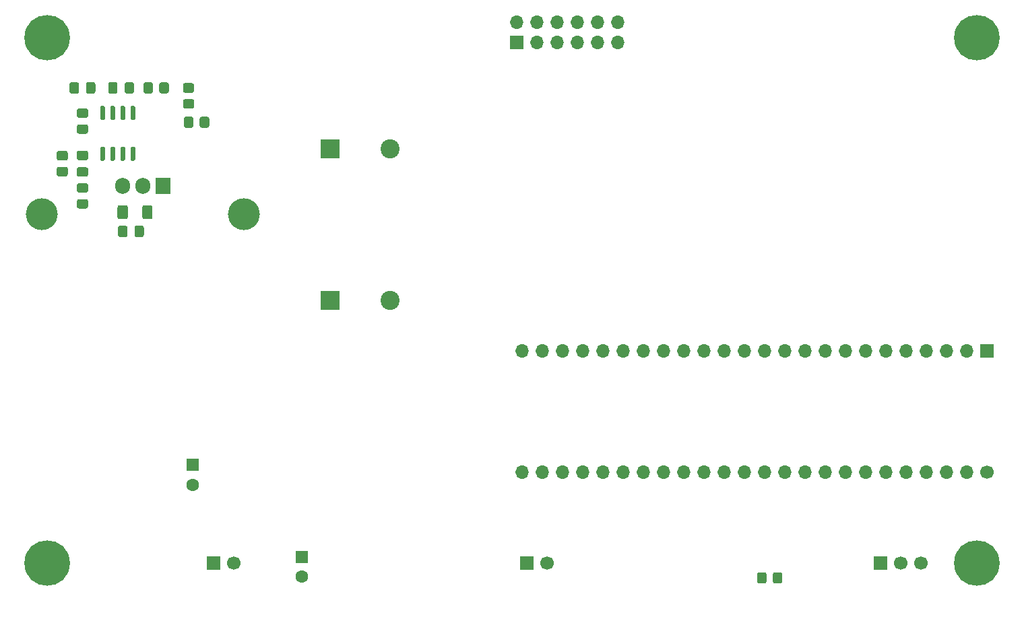
<source format=gbr>
%TF.GenerationSoftware,KiCad,Pcbnew,(5.1.9)-1*%
%TF.CreationDate,2021-10-04T18:28:26-04:00*%
%TF.ProjectId,In9 Music Visualizer RevC,496e3920-4d75-4736-9963-205669737561,rev?*%
%TF.SameCoordinates,Original*%
%TF.FileFunction,Soldermask,Bot*%
%TF.FilePolarity,Negative*%
%FSLAX46Y46*%
G04 Gerber Fmt 4.6, Leading zero omitted, Abs format (unit mm)*
G04 Created by KiCad (PCBNEW (5.1.9)-1) date 2021-10-04 18:28:26*
%MOMM*%
%LPD*%
G01*
G04 APERTURE LIST*
%ADD10O,1.905000X2.000000*%
%ADD11R,1.905000X2.000000*%
%ADD12C,1.600000*%
%ADD13R,1.600000X1.600000*%
%ADD14C,5.715000*%
%ADD15O,1.700000X1.700000*%
%ADD16R,1.700000X1.700000*%
%ADD17C,1.700000*%
%ADD18C,4.000000*%
%ADD19C,2.400000*%
%ADD20R,2.400000X2.400000*%
G04 APERTURE END LIST*
%TO.C,R13*%
G36*
G01*
X67829000Y-78476001D02*
X67829000Y-77225999D01*
G75*
G02*
X68078999Y-76976000I249999J0D01*
G01*
X68879001Y-76976000D01*
G75*
G02*
X69129000Y-77225999I0J-249999D01*
G01*
X69129000Y-78476001D01*
G75*
G02*
X68879001Y-78726000I-249999J0D01*
G01*
X68078999Y-78726000D01*
G75*
G02*
X67829000Y-78476001I0J249999D01*
G01*
G37*
G36*
G01*
X64729000Y-78476001D02*
X64729000Y-77225999D01*
G75*
G02*
X64978999Y-76976000I249999J0D01*
G01*
X65779001Y-76976000D01*
G75*
G02*
X66029000Y-77225999I0J-249999D01*
G01*
X66029000Y-78476001D01*
G75*
G02*
X65779001Y-78726000I-249999J0D01*
G01*
X64978999Y-78726000D01*
G75*
G02*
X64729000Y-78476001I0J249999D01*
G01*
G37*
%TD*%
D10*
%TO.C,Q2*%
X65405000Y-74549000D03*
X67945000Y-74549000D03*
D11*
X70485000Y-74549000D03*
%TD*%
D12*
%TO.C,C22*%
X87884000Y-123658000D03*
D13*
X87884000Y-121158000D03*
%TD*%
D14*
%TO.C,REF\u002A\u002A*%
X172720000Y-121920000D03*
%TD*%
%TO.C,R10*%
G36*
G01*
X60775001Y-66005000D02*
X59874999Y-66005000D01*
G75*
G02*
X59625000Y-65755001I0J249999D01*
G01*
X59625000Y-65054999D01*
G75*
G02*
X59874999Y-64805000I249999J0D01*
G01*
X60775001Y-64805000D01*
G75*
G02*
X61025000Y-65054999I0J-249999D01*
G01*
X61025000Y-65755001D01*
G75*
G02*
X60775001Y-66005000I-249999J0D01*
G01*
G37*
G36*
G01*
X60775001Y-68005000D02*
X59874999Y-68005000D01*
G75*
G02*
X59625000Y-67755001I0J249999D01*
G01*
X59625000Y-67054999D01*
G75*
G02*
X59874999Y-66805000I249999J0D01*
G01*
X60775001Y-66805000D01*
G75*
G02*
X61025000Y-67054999I0J-249999D01*
G01*
X61025000Y-67755001D01*
G75*
G02*
X60775001Y-68005000I-249999J0D01*
G01*
G37*
%TD*%
%TO.C,REF\u002A\u002A*%
X172720000Y-55880000D03*
%TD*%
%TO.C,REF\u002A\u002A*%
X55880000Y-121920000D03*
%TD*%
%TO.C,REF\u002A\u002A*%
X55880000Y-55880000D03*
%TD*%
%TO.C,U2*%
G36*
G01*
X62715000Y-69645000D02*
X63015000Y-69645000D01*
G75*
G02*
X63165000Y-69795000I0J-150000D01*
G01*
X63165000Y-71245000D01*
G75*
G02*
X63015000Y-71395000I-150000J0D01*
G01*
X62715000Y-71395000D01*
G75*
G02*
X62565000Y-71245000I0J150000D01*
G01*
X62565000Y-69795000D01*
G75*
G02*
X62715000Y-69645000I150000J0D01*
G01*
G37*
G36*
G01*
X63985000Y-69645000D02*
X64285000Y-69645000D01*
G75*
G02*
X64435000Y-69795000I0J-150000D01*
G01*
X64435000Y-71245000D01*
G75*
G02*
X64285000Y-71395000I-150000J0D01*
G01*
X63985000Y-71395000D01*
G75*
G02*
X63835000Y-71245000I0J150000D01*
G01*
X63835000Y-69795000D01*
G75*
G02*
X63985000Y-69645000I150000J0D01*
G01*
G37*
G36*
G01*
X65255000Y-69645000D02*
X65555000Y-69645000D01*
G75*
G02*
X65705000Y-69795000I0J-150000D01*
G01*
X65705000Y-71245000D01*
G75*
G02*
X65555000Y-71395000I-150000J0D01*
G01*
X65255000Y-71395000D01*
G75*
G02*
X65105000Y-71245000I0J150000D01*
G01*
X65105000Y-69795000D01*
G75*
G02*
X65255000Y-69645000I150000J0D01*
G01*
G37*
G36*
G01*
X66525000Y-69645000D02*
X66825000Y-69645000D01*
G75*
G02*
X66975000Y-69795000I0J-150000D01*
G01*
X66975000Y-71245000D01*
G75*
G02*
X66825000Y-71395000I-150000J0D01*
G01*
X66525000Y-71395000D01*
G75*
G02*
X66375000Y-71245000I0J150000D01*
G01*
X66375000Y-69795000D01*
G75*
G02*
X66525000Y-69645000I150000J0D01*
G01*
G37*
G36*
G01*
X66525000Y-64495000D02*
X66825000Y-64495000D01*
G75*
G02*
X66975000Y-64645000I0J-150000D01*
G01*
X66975000Y-66095000D01*
G75*
G02*
X66825000Y-66245000I-150000J0D01*
G01*
X66525000Y-66245000D01*
G75*
G02*
X66375000Y-66095000I0J150000D01*
G01*
X66375000Y-64645000D01*
G75*
G02*
X66525000Y-64495000I150000J0D01*
G01*
G37*
G36*
G01*
X65255000Y-64495000D02*
X65555000Y-64495000D01*
G75*
G02*
X65705000Y-64645000I0J-150000D01*
G01*
X65705000Y-66095000D01*
G75*
G02*
X65555000Y-66245000I-150000J0D01*
G01*
X65255000Y-66245000D01*
G75*
G02*
X65105000Y-66095000I0J150000D01*
G01*
X65105000Y-64645000D01*
G75*
G02*
X65255000Y-64495000I150000J0D01*
G01*
G37*
G36*
G01*
X63985000Y-64495000D02*
X64285000Y-64495000D01*
G75*
G02*
X64435000Y-64645000I0J-150000D01*
G01*
X64435000Y-66095000D01*
G75*
G02*
X64285000Y-66245000I-150000J0D01*
G01*
X63985000Y-66245000D01*
G75*
G02*
X63835000Y-66095000I0J150000D01*
G01*
X63835000Y-64645000D01*
G75*
G02*
X63985000Y-64495000I150000J0D01*
G01*
G37*
G36*
G01*
X62715000Y-64495000D02*
X63015000Y-64495000D01*
G75*
G02*
X63165000Y-64645000I0J-150000D01*
G01*
X63165000Y-66095000D01*
G75*
G02*
X63015000Y-66245000I-150000J0D01*
G01*
X62715000Y-66245000D01*
G75*
G02*
X62565000Y-66095000I0J150000D01*
G01*
X62565000Y-64645000D01*
G75*
G02*
X62715000Y-64495000I150000J0D01*
G01*
G37*
%TD*%
%TO.C,R14*%
G36*
G01*
X69980000Y-62680001D02*
X69980000Y-61779999D01*
G75*
G02*
X70229999Y-61530000I249999J0D01*
G01*
X70930001Y-61530000D01*
G75*
G02*
X71180000Y-61779999I0J-249999D01*
G01*
X71180000Y-62680001D01*
G75*
G02*
X70930001Y-62930000I-249999J0D01*
G01*
X70229999Y-62930000D01*
G75*
G02*
X69980000Y-62680001I0J249999D01*
G01*
G37*
G36*
G01*
X67980000Y-62680001D02*
X67980000Y-61779999D01*
G75*
G02*
X68229999Y-61530000I249999J0D01*
G01*
X68930001Y-61530000D01*
G75*
G02*
X69180000Y-61779999I0J-249999D01*
G01*
X69180000Y-62680001D01*
G75*
G02*
X68930001Y-62930000I-249999J0D01*
G01*
X68229999Y-62930000D01*
G75*
G02*
X67980000Y-62680001I0J249999D01*
G01*
G37*
%TD*%
%TO.C,R12*%
G36*
G01*
X60775001Y-75403000D02*
X59874999Y-75403000D01*
G75*
G02*
X59625000Y-75153001I0J249999D01*
G01*
X59625000Y-74452999D01*
G75*
G02*
X59874999Y-74203000I249999J0D01*
G01*
X60775001Y-74203000D01*
G75*
G02*
X61025000Y-74452999I0J-249999D01*
G01*
X61025000Y-75153001D01*
G75*
G02*
X60775001Y-75403000I-249999J0D01*
G01*
G37*
G36*
G01*
X60775001Y-77403000D02*
X59874999Y-77403000D01*
G75*
G02*
X59625000Y-77153001I0J249999D01*
G01*
X59625000Y-76452999D01*
G75*
G02*
X59874999Y-76203000I249999J0D01*
G01*
X60775001Y-76203000D01*
G75*
G02*
X61025000Y-76452999I0J-249999D01*
G01*
X61025000Y-77153001D01*
G75*
G02*
X60775001Y-77403000I-249999J0D01*
G01*
G37*
%TD*%
%TO.C,R11*%
G36*
G01*
X75060000Y-66998001D02*
X75060000Y-66097999D01*
G75*
G02*
X75309999Y-65848000I249999J0D01*
G01*
X76010001Y-65848000D01*
G75*
G02*
X76260000Y-66097999I0J-249999D01*
G01*
X76260000Y-66998001D01*
G75*
G02*
X76010001Y-67248000I-249999J0D01*
G01*
X75309999Y-67248000D01*
G75*
G02*
X75060000Y-66998001I0J249999D01*
G01*
G37*
G36*
G01*
X73060000Y-66998001D02*
X73060000Y-66097999D01*
G75*
G02*
X73309999Y-65848000I249999J0D01*
G01*
X74010001Y-65848000D01*
G75*
G02*
X74260000Y-66097999I0J-249999D01*
G01*
X74260000Y-66998001D01*
G75*
G02*
X74010001Y-67248000I-249999J0D01*
G01*
X73309999Y-67248000D01*
G75*
G02*
X73060000Y-66998001I0J249999D01*
G01*
G37*
%TD*%
%TO.C,R8*%
G36*
G01*
X73209999Y-63630000D02*
X74110001Y-63630000D01*
G75*
G02*
X74360000Y-63879999I0J-249999D01*
G01*
X74360000Y-64580001D01*
G75*
G02*
X74110001Y-64830000I-249999J0D01*
G01*
X73209999Y-64830000D01*
G75*
G02*
X72960000Y-64580001I0J249999D01*
G01*
X72960000Y-63879999D01*
G75*
G02*
X73209999Y-63630000I249999J0D01*
G01*
G37*
G36*
G01*
X73209999Y-61630000D02*
X74110001Y-61630000D01*
G75*
G02*
X74360000Y-61879999I0J-249999D01*
G01*
X74360000Y-62580001D01*
G75*
G02*
X74110001Y-62830000I-249999J0D01*
G01*
X73209999Y-62830000D01*
G75*
G02*
X72960000Y-62580001I0J249999D01*
G01*
X72960000Y-61879999D01*
G75*
G02*
X73209999Y-61630000I249999J0D01*
G01*
G37*
%TD*%
%TO.C,R7*%
G36*
G01*
X58235001Y-71355000D02*
X57334999Y-71355000D01*
G75*
G02*
X57085000Y-71105001I0J249999D01*
G01*
X57085000Y-70404999D01*
G75*
G02*
X57334999Y-70155000I249999J0D01*
G01*
X58235001Y-70155000D01*
G75*
G02*
X58485000Y-70404999I0J-249999D01*
G01*
X58485000Y-71105001D01*
G75*
G02*
X58235001Y-71355000I-249999J0D01*
G01*
G37*
G36*
G01*
X58235001Y-73355000D02*
X57334999Y-73355000D01*
G75*
G02*
X57085000Y-73105001I0J249999D01*
G01*
X57085000Y-72404999D01*
G75*
G02*
X57334999Y-72155000I249999J0D01*
G01*
X58235001Y-72155000D01*
G75*
G02*
X58485000Y-72404999I0J-249999D01*
G01*
X58485000Y-73105001D01*
G75*
G02*
X58235001Y-73355000I-249999J0D01*
G01*
G37*
%TD*%
%TO.C,R1*%
G36*
G01*
X146285000Y-123374999D02*
X146285000Y-124275001D01*
G75*
G02*
X146035001Y-124525000I-249999J0D01*
G01*
X145334999Y-124525000D01*
G75*
G02*
X145085000Y-124275001I0J249999D01*
G01*
X145085000Y-123374999D01*
G75*
G02*
X145334999Y-123125000I249999J0D01*
G01*
X146035001Y-123125000D01*
G75*
G02*
X146285000Y-123374999I0J-249999D01*
G01*
G37*
G36*
G01*
X148285000Y-123374999D02*
X148285000Y-124275001D01*
G75*
G02*
X148035001Y-124525000I-249999J0D01*
G01*
X147334999Y-124525000D01*
G75*
G02*
X147085000Y-124275001I0J249999D01*
G01*
X147085000Y-123374999D01*
G75*
G02*
X147334999Y-123125000I249999J0D01*
G01*
X148035001Y-123125000D01*
G75*
G02*
X148285000Y-123374999I0J-249999D01*
G01*
G37*
%TD*%
D15*
%TO.C,J4*%
X127635000Y-53975000D03*
X127635000Y-56515000D03*
X125095000Y-53975000D03*
X125095000Y-56515000D03*
X122555000Y-53975000D03*
X122555000Y-56515000D03*
X120015000Y-53975000D03*
X120015000Y-56515000D03*
X117475000Y-53975000D03*
X117475000Y-56515000D03*
X114935000Y-53975000D03*
D16*
X114935000Y-56515000D03*
%TD*%
D17*
%TO.C,J3*%
X163195000Y-121920000D03*
D16*
X160655000Y-121920000D03*
D17*
X165735000Y-121920000D03*
%TD*%
%TO.C,J2*%
X118745000Y-121920000D03*
D16*
X116205000Y-121920000D03*
%TD*%
D15*
%TO.C,MCU1*%
X158750000Y-110490000D03*
X156210000Y-110490000D03*
D17*
X173990000Y-110490000D03*
D15*
X166370000Y-110490000D03*
X171450000Y-110490000D03*
X163830000Y-110490000D03*
X168910000Y-110490000D03*
X161290000Y-110490000D03*
X153670000Y-110490000D03*
X151130000Y-110490000D03*
X148590000Y-110490000D03*
X146050000Y-110490000D03*
X143510000Y-110490000D03*
X140970000Y-110490000D03*
X125730000Y-110490000D03*
X133350000Y-110490000D03*
X135890000Y-110490000D03*
X138430000Y-110490000D03*
X118110000Y-110490000D03*
X130810000Y-110490000D03*
X123190000Y-110490000D03*
X128270000Y-110490000D03*
X120650000Y-110490000D03*
X115570000Y-110490000D03*
X115570000Y-95250000D03*
X118110000Y-95250000D03*
X120650000Y-95250000D03*
X123190000Y-95250000D03*
X125730000Y-95250000D03*
X128270000Y-95250000D03*
X130810000Y-95250000D03*
X133350000Y-95250000D03*
X135890000Y-95250000D03*
X138430000Y-95250000D03*
X140970000Y-95250000D03*
X143510000Y-95250000D03*
X146050000Y-95250000D03*
X148590000Y-95250000D03*
X151130000Y-95250000D03*
X153670000Y-95250000D03*
X156210000Y-95250000D03*
X158750000Y-95250000D03*
X161290000Y-95250000D03*
X163830000Y-95250000D03*
X166370000Y-95250000D03*
X168910000Y-95250000D03*
X171450000Y-95250000D03*
D16*
X173990000Y-95250000D03*
%TD*%
D17*
%TO.C,J1*%
X79375000Y-121920000D03*
D16*
X76835000Y-121920000D03*
%TD*%
D18*
%TO.C,HS1*%
X80645000Y-78105000D03*
X55245000Y-78105000D03*
%TD*%
%TO.C,C17*%
G36*
G01*
X66871000Y-80739000D02*
X66871000Y-79789000D01*
G75*
G02*
X67121000Y-79539000I250000J0D01*
G01*
X67796000Y-79539000D01*
G75*
G02*
X68046000Y-79789000I0J-250000D01*
G01*
X68046000Y-80739000D01*
G75*
G02*
X67796000Y-80989000I-250000J0D01*
G01*
X67121000Y-80989000D01*
G75*
G02*
X66871000Y-80739000I0J250000D01*
G01*
G37*
G36*
G01*
X64796000Y-80739000D02*
X64796000Y-79789000D01*
G75*
G02*
X65046000Y-79539000I250000J0D01*
G01*
X65721000Y-79539000D01*
G75*
G02*
X65971000Y-79789000I0J-250000D01*
G01*
X65971000Y-80739000D01*
G75*
G02*
X65721000Y-80989000I-250000J0D01*
G01*
X65046000Y-80989000D01*
G75*
G02*
X64796000Y-80739000I0J250000D01*
G01*
G37*
%TD*%
%TO.C,C16*%
G36*
G01*
X59875000Y-61755000D02*
X59875000Y-62705000D01*
G75*
G02*
X59625000Y-62955000I-250000J0D01*
G01*
X58950000Y-62955000D01*
G75*
G02*
X58700000Y-62705000I0J250000D01*
G01*
X58700000Y-61755000D01*
G75*
G02*
X58950000Y-61505000I250000J0D01*
G01*
X59625000Y-61505000D01*
G75*
G02*
X59875000Y-61755000I0J-250000D01*
G01*
G37*
G36*
G01*
X61950000Y-61755000D02*
X61950000Y-62705000D01*
G75*
G02*
X61700000Y-62955000I-250000J0D01*
G01*
X61025000Y-62955000D01*
G75*
G02*
X60775000Y-62705000I0J250000D01*
G01*
X60775000Y-61755000D01*
G75*
G02*
X61025000Y-61505000I250000J0D01*
G01*
X61700000Y-61505000D01*
G75*
G02*
X61950000Y-61755000I0J-250000D01*
G01*
G37*
%TD*%
%TO.C,C15*%
G36*
G01*
X65622500Y-62705000D02*
X65622500Y-61755000D01*
G75*
G02*
X65872500Y-61505000I250000J0D01*
G01*
X66547500Y-61505000D01*
G75*
G02*
X66797500Y-61755000I0J-250000D01*
G01*
X66797500Y-62705000D01*
G75*
G02*
X66547500Y-62955000I-250000J0D01*
G01*
X65872500Y-62955000D01*
G75*
G02*
X65622500Y-62705000I0J250000D01*
G01*
G37*
G36*
G01*
X63547500Y-62705000D02*
X63547500Y-61755000D01*
G75*
G02*
X63797500Y-61505000I250000J0D01*
G01*
X64472500Y-61505000D01*
G75*
G02*
X64722500Y-61755000I0J-250000D01*
G01*
X64722500Y-62705000D01*
G75*
G02*
X64472500Y-62955000I-250000J0D01*
G01*
X63797500Y-62955000D01*
G75*
G02*
X63547500Y-62705000I0J250000D01*
G01*
G37*
%TD*%
%TO.C,C14*%
G36*
G01*
X59850000Y-72205000D02*
X60800000Y-72205000D01*
G75*
G02*
X61050000Y-72455000I0J-250000D01*
G01*
X61050000Y-73130000D01*
G75*
G02*
X60800000Y-73380000I-250000J0D01*
G01*
X59850000Y-73380000D01*
G75*
G02*
X59600000Y-73130000I0J250000D01*
G01*
X59600000Y-72455000D01*
G75*
G02*
X59850000Y-72205000I250000J0D01*
G01*
G37*
G36*
G01*
X59850000Y-70130000D02*
X60800000Y-70130000D01*
G75*
G02*
X61050000Y-70380000I0J-250000D01*
G01*
X61050000Y-71055000D01*
G75*
G02*
X60800000Y-71305000I-250000J0D01*
G01*
X59850000Y-71305000D01*
G75*
G02*
X59600000Y-71055000I0J250000D01*
G01*
X59600000Y-70380000D01*
G75*
G02*
X59850000Y-70130000I250000J0D01*
G01*
G37*
%TD*%
D19*
%TO.C,C9*%
X98940000Y-69850000D03*
D20*
X91440000Y-69850000D03*
%TD*%
D19*
%TO.C,C8*%
X98940000Y-88900000D03*
D20*
X91440000Y-88900000D03*
%TD*%
D12*
%TO.C,C5*%
X74168000Y-112101000D03*
D13*
X74168000Y-109601000D03*
%TD*%
M02*

</source>
